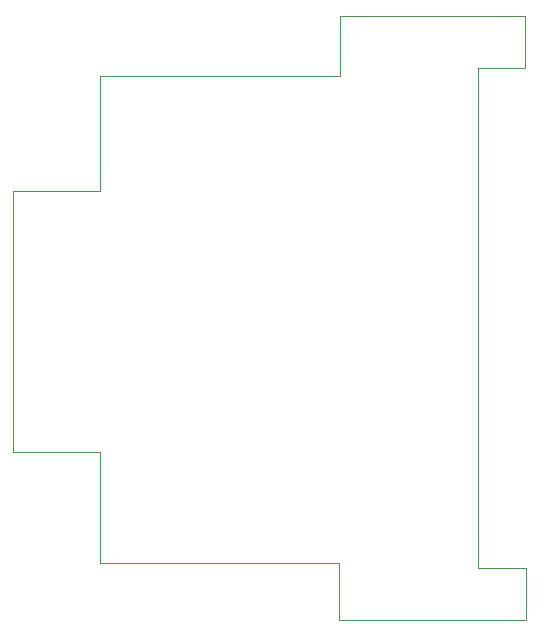
<source format=gbr>
%TF.GenerationSoftware,KiCad,Pcbnew,(6.0.0)*%
%TF.CreationDate,2022-03-11T17:00:34+01:00*%
%TF.ProjectId,CompactMotor,436f6d70-6163-4744-9d6f-746f722e6b69,rev?*%
%TF.SameCoordinates,Original*%
%TF.FileFunction,Profile,NP*%
%FSLAX46Y46*%
G04 Gerber Fmt 4.6, Leading zero omitted, Abs format (unit mm)*
G04 Created by KiCad (PCBNEW (6.0.0)) date 2022-03-11 17:00:34*
%MOMM*%
%LPD*%
G01*
G04 APERTURE LIST*
%TA.AperFunction,Profile*%
%ADD10C,0.100000*%
%TD*%
G04 APERTURE END LIST*
D10*
X35941000Y635000D02*
X32004000Y635000D01*
X32004000Y635000D02*
X32004000Y-41656000D01*
X32004000Y-41656000D02*
X36068000Y-41656000D01*
X36068000Y-41656000D02*
X36068000Y-46101000D01*
X36068000Y-46101000D02*
X20193000Y-46101000D01*
X20193000Y-46101000D02*
X20193000Y-41275000D01*
X20193000Y-41275000D02*
X0Y-41275000D01*
X0Y-41275000D02*
X0Y-31877000D01*
X0Y-31877000D02*
X-7366000Y-31877000D01*
X-7366000Y-31877000D02*
X-7366000Y-9779000D01*
X-7366000Y-9779000D02*
X0Y-9779000D01*
X0Y-9779000D02*
X0Y0D01*
X0Y0D02*
X20320000Y0D01*
X20320000Y0D02*
X20320000Y5080000D01*
X20320000Y5080000D02*
X35941000Y5080000D01*
X35941000Y5080000D02*
X35941000Y635000D01*
M02*

</source>
